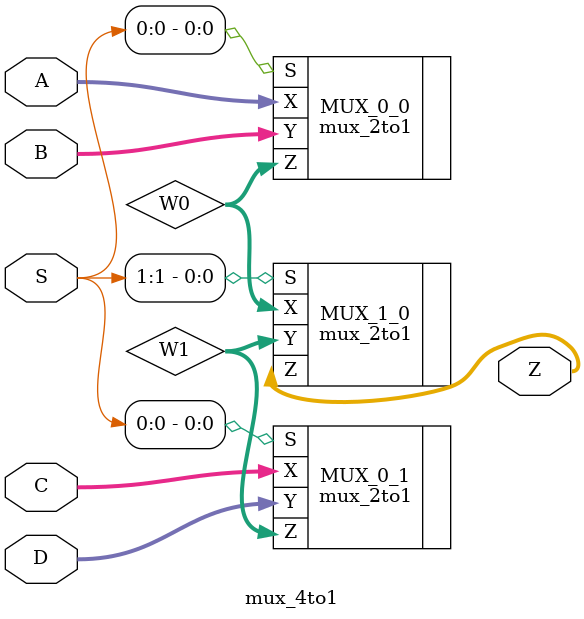
<source format=v>
`timescale 1ns / 1ps
`default_nettype none //helps catch typo-related bugs
module mux_4to1(A,B,C,D,S,Z);

	//parameter definitions
	parameter BUSSIZE = 32;	//define size of input or output buses

	//port definitions - customize for different bit widths
	input wire [BUSSIZE-1:0] A,B,C,D;
	input wire [1:0] S;
	output wire [BUSSIZE-1:0] Z;
	
	wire [BUSSIZE-1:0]  W0, W1;
	
	mux_2to1 MUX_0_0(.X(A), .Y(B), .S(S[0]), .Z(W0));
	mux_2to1 MUX_0_1(.X(C), .Y(D), .S(S[0]), .Z(W1));
	mux_2to1 MUX_1_0(.X(W0), .Y(W1), .S(S[1]), .Z(Z));


endmodule
`default_nettype wire //some Xilinx IP requires that the default_nettype be set to wire

</source>
